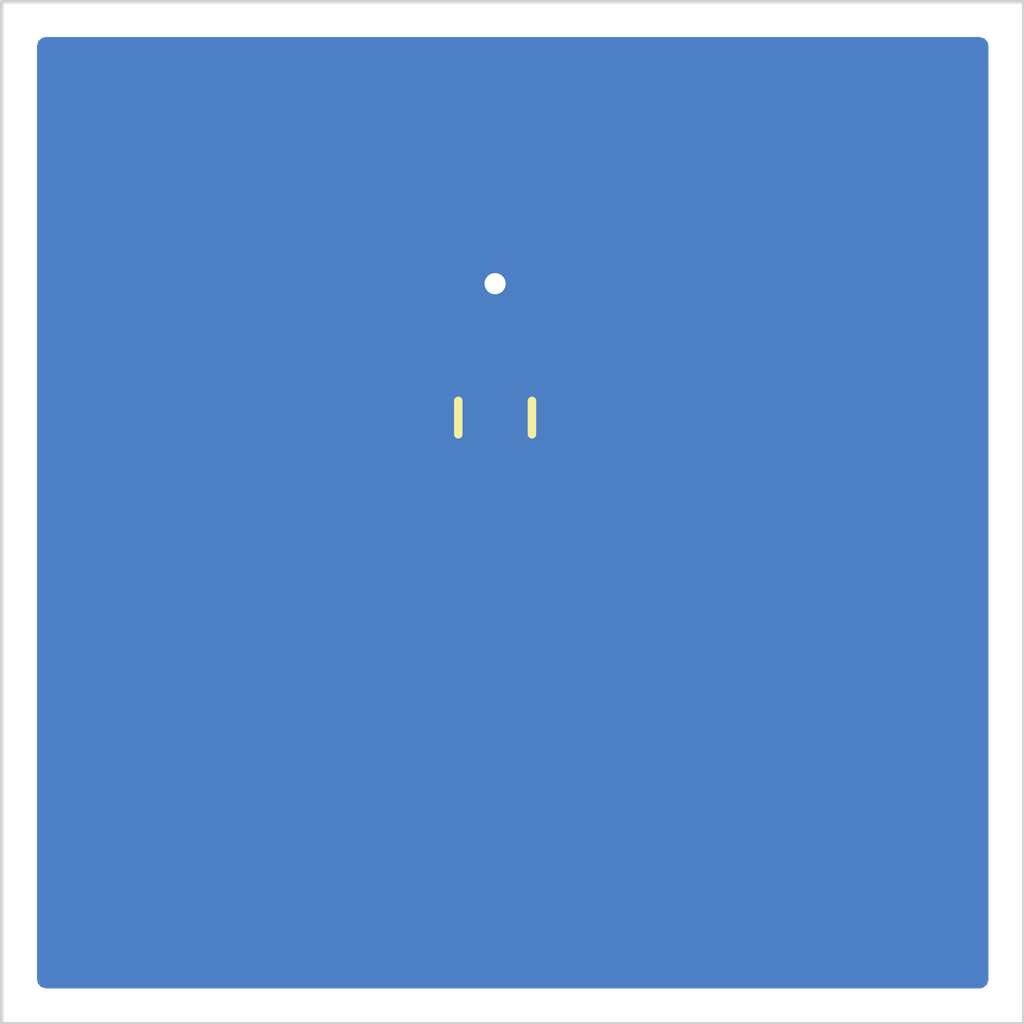
<source format=kicad_pcb>
(kicad_pcb (version 20240108) (generator "pcbnew") (generator_version "8.0")
  (layers (0 "F.Cu" signal) (31 "B.Cu" signal) (34 "B.Paste" user) (35 "F.Paste" user) (36 "B.SilkS" user "B.Silkscreen") (37 "F.SilkS" user "F.Silkscreen") (38 "B.Mask" user) (39 "F.Mask" user) (44 "Edge.Cuts" user))
  (net 0 "")
  (net 1 "A")
  (net 2 "B")
  (footprint "Resistor_SMD:R_0603_1608Metric" (layer "F.Cu") (at 144.5 95.9 90)
    (property "Reference" "R1705" (hide yes))
    (property "Value" "3.32k" (hide yes))
    (fp_line (start -0.237258 -0.5225) (end 0.237258 -0.5225) (stroke (width 0.12)) (layer "F.SilkS"))
    (fp_line (start -0.237258 0.5225) (end 0.237258 0.5225) (stroke (width 0.12)) (layer "F.SilkS"))
    (pad "1" smd roundrect (at -0.825 0 90) (size 0.8 0.95) (layers "F.Cu" "F.Paste" "F.Mask"))
    (pad "2" smd roundrect (at 0.825 0 90) (size 0.8 0.95) (layers "F.Cu" "F.Paste" "F.Mask") (net 1 "A"))
  )
  (footprint "NetTie:NetTie-2_SMD_Pad0.5mm" (layer "F.Cu") (at 144.5 94.5 -90)
    (property "Reference" "NT1701" (hide yes))
    (property "Value" "NetTie_2" (hide yes))
    (fp_poly (pts (xy -0.5 -0.25) (xy 0.5 -0.25) (xy 0.5 0.25) (xy -0.5 0.25)) (fill solid) (layer "F.Cu"))
    (pad "1" smd circle (at -0.5 0 270) (size 0.5 0.5) (layers "F.Cu") (net 2 "B"))
    (pad "2" smd circle (at 0.5 0 270) (size 0.5 0.5) (layers "F.Cu") (net 1 "A"))
  )
  (gr_rect (start 137.5 90) (end 152 104.5) (stroke (width 0.05)) (fill none) (layer "Edge.Cuts"))
  (via (at 144.5 94) (size 0.5) (drill 0.3) (layers "F.Cu" "B.Cu") (net 2))
  (zone (net 2) (net_name "B") (layer "B.Cu") (connect_pads (clearance 0.5)) (min_thickness 0.25) (fill yes (thermal_gap 0.5) (thermal_bridge_width 0.5))
    (polygon (pts (xy 152 90) (xy 137.5 90) (xy 137.5 104.5) (xy 152 104.5)))
  )
)
</source>
